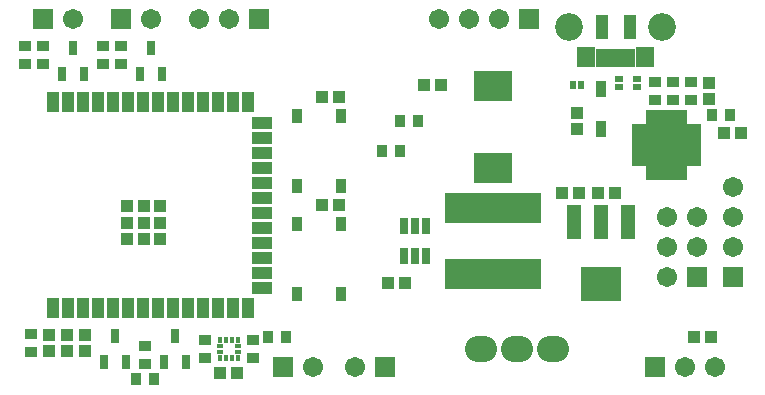
<source format=gts>
G04*
G04 #@! TF.GenerationSoftware,Altium Limited,Altium Designer,21.4.1 (30)*
G04*
G04 Layer_Color=8388736*
%FSLAX44Y44*%
%MOMM*%
G71*
G04*
G04 #@! TF.SameCoordinates,C0E257CA-E608-45CC-978B-2DEEB779FBD1*
G04*
G04*
G04 #@! TF.FilePolarity,Negative*
G04*
G01*
G75*
%ADD19R,3.3000X2.5000*%
%ADD37R,8.2000X2.6000*%
%ADD41R,1.1032X1.1032*%
%ADD42R,1.1032X1.7032*%
%ADD43R,1.7032X1.1032*%
%ADD44R,1.0032X1.1032*%
%ADD45R,0.9532X1.4032*%
%ADD46R,0.8032X0.5532*%
%ADD47R,1.2032X0.5032*%
%ADD48R,0.5032X1.2032*%
%ADD49R,3.5532X3.5532*%
%ADD50R,1.1532X2.9532*%
%ADD51R,3.4532X2.9532*%
%ADD52R,0.8032X1.4032*%
%ADD53R,0.4782X0.4532*%
%ADD54R,0.4532X0.4782*%
%ADD55R,0.6532X1.5832*%
%ADD56R,1.6282X1.7532*%
%ADD57R,1.0782X2.1032*%
%ADD58R,0.8032X1.2532*%
%ADD59R,1.1032X0.9032*%
%ADD60R,0.9032X1.2032*%
%ADD61R,0.9032X1.1032*%
%ADD62R,1.1032X1.0032*%
%ADD63R,0.5532X0.8032*%
%ADD64O,2.7032X2.2032*%
%ADD65C,1.7032*%
%ADD66R,1.7032X1.7032*%
%ADD67C,2.3482*%
%ADD68R,1.7032X1.7032*%
D19*
X660400Y857460D02*
D03*
Y788460D02*
D03*
D37*
Y698440D02*
D03*
Y754440D02*
D03*
D41*
X350960Y741920D02*
D03*
Y755920D02*
D03*
X364960D02*
D03*
X378960D02*
D03*
Y741920D02*
D03*
Y727920D02*
D03*
X364960D02*
D03*
X350960D02*
D03*
X364960Y741920D02*
D03*
D42*
X287760Y844420D02*
D03*
X300460D02*
D03*
X313160D02*
D03*
X325860D02*
D03*
X338560D02*
D03*
X351260D02*
D03*
X363960D02*
D03*
X376660D02*
D03*
X389360D02*
D03*
X402060D02*
D03*
X414760D02*
D03*
X427460D02*
D03*
X440160D02*
D03*
X452860D02*
D03*
Y669420D02*
D03*
X440160D02*
D03*
X427460D02*
D03*
X414760D02*
D03*
X402060D02*
D03*
X389360D02*
D03*
X376660D02*
D03*
X363960D02*
D03*
X351260D02*
D03*
X338560D02*
D03*
X325860D02*
D03*
X313160D02*
D03*
X300460D02*
D03*
X287760D02*
D03*
D43*
X465360Y826770D02*
D03*
Y814070D02*
D03*
Y801370D02*
D03*
Y788670D02*
D03*
Y775970D02*
D03*
Y763270D02*
D03*
Y750570D02*
D03*
Y737870D02*
D03*
Y725170D02*
D03*
Y712470D02*
D03*
Y699770D02*
D03*
Y687070D02*
D03*
D44*
X763920Y767080D02*
D03*
X749920D02*
D03*
X516240Y756920D02*
D03*
X530240D02*
D03*
X602600Y858520D02*
D03*
X616600D02*
D03*
X516240Y848360D02*
D03*
X530240D02*
D03*
X572120Y690880D02*
D03*
X586120D02*
D03*
X443880Y614680D02*
D03*
X429880D02*
D03*
X719440Y767080D02*
D03*
X733440D02*
D03*
X856600Y817880D02*
D03*
X870600D02*
D03*
X831200Y645160D02*
D03*
X845200D02*
D03*
D45*
X751840Y821200D02*
D03*
Y855200D02*
D03*
D46*
X767080Y863600D02*
D03*
Y857100D02*
D03*
X782320D02*
D03*
Y863600D02*
D03*
D47*
X831220Y792720D02*
D03*
Y797720D02*
D03*
Y802720D02*
D03*
Y807720D02*
D03*
Y812720D02*
D03*
Y817720D02*
D03*
Y822720D02*
D03*
X784220D02*
D03*
Y817720D02*
D03*
Y812720D02*
D03*
Y807720D02*
D03*
Y802720D02*
D03*
Y797720D02*
D03*
Y792720D02*
D03*
D48*
X822720Y831220D02*
D03*
X817720D02*
D03*
X812720D02*
D03*
X807720D02*
D03*
X802720D02*
D03*
X797720D02*
D03*
X792720D02*
D03*
Y784220D02*
D03*
X797720D02*
D03*
X802720D02*
D03*
X807720D02*
D03*
X812720D02*
D03*
X817720D02*
D03*
X822720D02*
D03*
D49*
X807720Y807720D02*
D03*
D50*
X774840Y742280D02*
D03*
X751840D02*
D03*
X728840D02*
D03*
D51*
X751840Y690280D02*
D03*
D52*
X603860Y738940D02*
D03*
X594360D02*
D03*
X584860D02*
D03*
Y713940D02*
D03*
X594360D02*
D03*
X603860D02*
D03*
D53*
X429260Y632500D02*
D03*
Y637500D02*
D03*
X444510D02*
D03*
Y632500D02*
D03*
D54*
X429380Y642630D02*
D03*
X434380D02*
D03*
X439380D02*
D03*
X444380D02*
D03*
Y627380D02*
D03*
X439380D02*
D03*
X434380D02*
D03*
X429380D02*
D03*
D55*
X751540Y881140D02*
D03*
X758040D02*
D03*
X764540D02*
D03*
X771040D02*
D03*
X777540D02*
D03*
D56*
X739670Y881990D02*
D03*
X789410D02*
D03*
D57*
X752660Y907740D02*
D03*
X776420D02*
D03*
D58*
X361340Y867840D02*
D03*
X380340D02*
D03*
X370840Y889840D02*
D03*
X340360Y646000D02*
D03*
X349860Y624000D02*
D03*
X330860D02*
D03*
X391160Y646000D02*
D03*
X400660Y624000D02*
D03*
X381660D02*
D03*
X304800Y889840D02*
D03*
X314300Y867840D02*
D03*
X295300D02*
D03*
D59*
X457200Y627500D02*
D03*
Y642500D02*
D03*
X269240Y632580D02*
D03*
Y647580D02*
D03*
X365760Y637420D02*
D03*
Y622420D02*
D03*
X828040Y845940D02*
D03*
Y860940D02*
D03*
X812800Y845940D02*
D03*
Y860940D02*
D03*
X797560Y845940D02*
D03*
Y860940D02*
D03*
X279400Y891420D02*
D03*
Y876420D02*
D03*
X264160Y891420D02*
D03*
Y876420D02*
D03*
X345440Y891420D02*
D03*
Y876420D02*
D03*
X330200Y891420D02*
D03*
Y876420D02*
D03*
X416560Y642500D02*
D03*
Y627500D02*
D03*
D60*
X494580Y772640D02*
D03*
Y832640D02*
D03*
X531580Y772640D02*
D03*
Y832640D02*
D03*
Y741200D02*
D03*
Y681200D02*
D03*
X494580Y741200D02*
D03*
Y681200D02*
D03*
D61*
X358260Y609600D02*
D03*
X373260D02*
D03*
X845940Y833120D02*
D03*
X860940D02*
D03*
X470020Y645160D02*
D03*
X485020D02*
D03*
X566540Y802640D02*
D03*
X581540D02*
D03*
X581780Y828040D02*
D03*
X596780D02*
D03*
D62*
X843280Y846440D02*
D03*
Y860440D02*
D03*
X284480Y647080D02*
D03*
Y633080D02*
D03*
X299720Y647080D02*
D03*
Y633080D02*
D03*
X314960Y633080D02*
D03*
Y647080D02*
D03*
X731520Y821040D02*
D03*
Y835040D02*
D03*
D63*
X728270Y858520D02*
D03*
X734770D02*
D03*
D64*
X711200Y635000D02*
D03*
X680720D02*
D03*
X650240D02*
D03*
D65*
X807720Y746760D02*
D03*
X833120D02*
D03*
X807720Y721360D02*
D03*
X833120D02*
D03*
X807720Y695960D02*
D03*
X370840Y914400D02*
D03*
X848360Y619760D02*
D03*
X822960D02*
D03*
X614680Y914400D02*
D03*
X640080D02*
D03*
X665480D02*
D03*
X863600Y721360D02*
D03*
Y746760D02*
D03*
Y772160D02*
D03*
X508000Y619760D02*
D03*
X543560D02*
D03*
X304800Y914400D02*
D03*
X411480D02*
D03*
X436880D02*
D03*
D66*
X833120Y695960D02*
D03*
X863600D02*
D03*
D67*
X725040Y907740D02*
D03*
X804040D02*
D03*
D68*
X345440Y914400D02*
D03*
X797560Y619760D02*
D03*
X690880Y914400D02*
D03*
X482600Y619760D02*
D03*
X568960D02*
D03*
X279400Y914400D02*
D03*
X462280D02*
D03*
M02*

</source>
